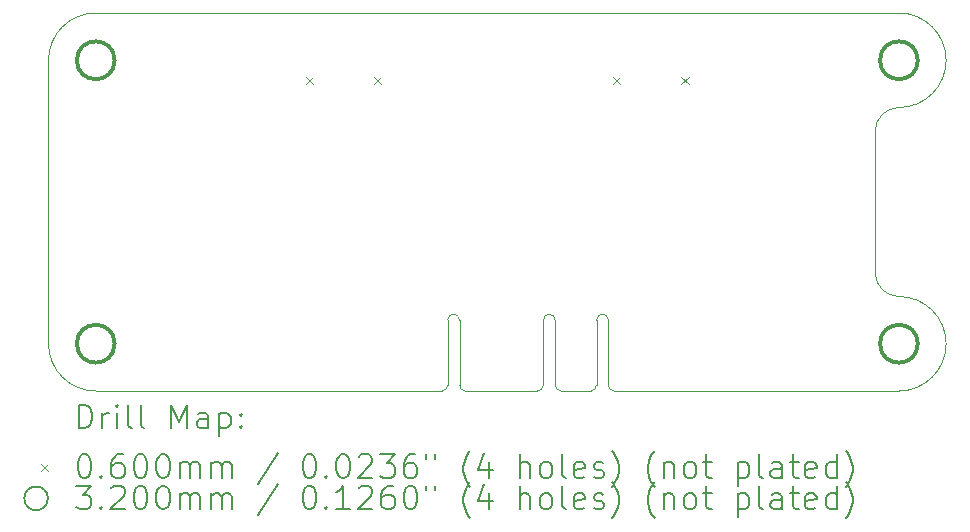
<source format=gbr>
%TF.GenerationSoftware,KiCad,Pcbnew,8.0.1*%
%TF.CreationDate,2024-05-22T20:39:38+03:00*%
%TF.ProjectId,ESP32-C3_6_pico,45535033-322d-4433-935f-365f7069636f,rev?*%
%TF.SameCoordinates,Original*%
%TF.FileFunction,Drillmap*%
%TF.FilePolarity,Positive*%
%FSLAX45Y45*%
G04 Gerber Fmt 4.5, Leading zero omitted, Abs format (unit mm)*
G04 Created by KiCad (PCBNEW 8.0.1) date 2024-05-22 20:39:38*
%MOMM*%
%LPD*%
G01*
G04 APERTURE LIST*
%ADD10C,0.100000*%
%ADD11C,0.200000*%
%ADD12C,0.320000*%
G04 APERTURE END LIST*
D10*
X18400000Y-10800000D02*
G75*
G02*
X18200000Y-10600000I0J200000D01*
G01*
X14580000Y-11000000D02*
X14580000Y-11550000D01*
X14680000Y-11000000D02*
X14680000Y-11550000D01*
X11600000Y-8400000D02*
X11600000Y-8400000D01*
X15390000Y-11000000D02*
G75*
G02*
X15490000Y-11000000I50000J0D01*
G01*
X18400000Y-10800000D02*
G75*
G02*
X18800000Y-11200000I0J-400000D01*
G01*
X18200000Y-9400000D02*
X18200000Y-10600000D01*
X14530000Y-11600000D02*
X11600000Y-11600000D01*
X18400000Y-8400000D02*
X18400000Y-8400000D01*
X15840000Y-11000000D02*
X15840000Y-11550000D01*
X15390000Y-11000000D02*
X15390000Y-11550000D01*
X14730000Y-11600000D02*
G75*
G02*
X14680000Y-11550000I0J50000D01*
G01*
X11600000Y-11600000D02*
G75*
G02*
X11200000Y-11200000I0J400000D01*
G01*
X14730000Y-11600000D02*
X15340000Y-11600000D01*
X15490000Y-11000000D02*
X15490000Y-11550000D01*
X18800000Y-8800000D02*
G75*
G02*
X18400000Y-9200000I-400000J0D01*
G01*
X15940000Y-11000000D02*
X15940000Y-11550000D01*
X15990000Y-11600000D02*
G75*
G02*
X15940000Y-11550000I0J50000D01*
G01*
X11200000Y-8800000D02*
G75*
G02*
X11600000Y-8400000I400000J0D01*
G01*
X15840000Y-11000000D02*
G75*
G02*
X15940000Y-11000000I50000J0D01*
G01*
X14580000Y-11000000D02*
G75*
G02*
X14680000Y-11000000I50000J0D01*
G01*
X15390000Y-11550000D02*
G75*
G02*
X15340000Y-11600000I-50000J0D01*
G01*
X15540000Y-11600000D02*
X15790000Y-11600000D01*
X15840000Y-11550000D02*
G75*
G02*
X15790000Y-11600000I-50000J0D01*
G01*
X18800000Y-11200000D02*
G75*
G02*
X18400000Y-11600000I-400000J0D01*
G01*
X15540000Y-11600000D02*
G75*
G02*
X15490000Y-11550000I0J50000D01*
G01*
X11200000Y-11200000D02*
X11200000Y-8800000D01*
X14580000Y-11550000D02*
G75*
G02*
X14530000Y-11600000I-50000J0D01*
G01*
X15990000Y-11600000D02*
X18400000Y-11600000D01*
X18200000Y-9400000D02*
G75*
G02*
X18400000Y-9200000I200000J0D01*
G01*
X11600000Y-8400000D02*
X11600000Y-8400000D01*
X11600000Y-8400000D02*
X18400000Y-8400000D01*
X18400000Y-8400000D02*
G75*
G02*
X18800000Y-8800000I0J-400000D01*
G01*
D11*
D10*
X13381000Y-8945000D02*
X13441000Y-9005000D01*
X13441000Y-8945000D02*
X13381000Y-9005000D01*
X13959000Y-8945000D02*
X14019000Y-9005000D01*
X14019000Y-8945000D02*
X13959000Y-9005000D01*
X15981000Y-8945000D02*
X16041000Y-9005000D01*
X16041000Y-8945000D02*
X15981000Y-9005000D01*
X16559000Y-8945000D02*
X16619000Y-9005000D01*
X16619000Y-8945000D02*
X16559000Y-9005000D01*
D12*
X11760000Y-8800000D02*
G75*
G02*
X11440000Y-8800000I-160000J0D01*
G01*
X11440000Y-8800000D02*
G75*
G02*
X11760000Y-8800000I160000J0D01*
G01*
X11760000Y-11200000D02*
G75*
G02*
X11440000Y-11200000I-160000J0D01*
G01*
X11440000Y-11200000D02*
G75*
G02*
X11760000Y-11200000I160000J0D01*
G01*
X18560000Y-8800000D02*
G75*
G02*
X18240000Y-8800000I-160000J0D01*
G01*
X18240000Y-8800000D02*
G75*
G02*
X18560000Y-8800000I160000J0D01*
G01*
X18560000Y-11200000D02*
G75*
G02*
X18240000Y-11200000I-160000J0D01*
G01*
X18240000Y-11200000D02*
G75*
G02*
X18560000Y-11200000I160000J0D01*
G01*
D11*
X11455777Y-11916484D02*
X11455777Y-11716484D01*
X11455777Y-11716484D02*
X11503396Y-11716484D01*
X11503396Y-11716484D02*
X11531967Y-11726008D01*
X11531967Y-11726008D02*
X11551015Y-11745055D01*
X11551015Y-11745055D02*
X11560539Y-11764103D01*
X11560539Y-11764103D02*
X11570062Y-11802198D01*
X11570062Y-11802198D02*
X11570062Y-11830769D01*
X11570062Y-11830769D02*
X11560539Y-11868865D01*
X11560539Y-11868865D02*
X11551015Y-11887912D01*
X11551015Y-11887912D02*
X11531967Y-11906960D01*
X11531967Y-11906960D02*
X11503396Y-11916484D01*
X11503396Y-11916484D02*
X11455777Y-11916484D01*
X11655777Y-11916484D02*
X11655777Y-11783150D01*
X11655777Y-11821246D02*
X11665301Y-11802198D01*
X11665301Y-11802198D02*
X11674824Y-11792674D01*
X11674824Y-11792674D02*
X11693872Y-11783150D01*
X11693872Y-11783150D02*
X11712920Y-11783150D01*
X11779586Y-11916484D02*
X11779586Y-11783150D01*
X11779586Y-11716484D02*
X11770062Y-11726008D01*
X11770062Y-11726008D02*
X11779586Y-11735531D01*
X11779586Y-11735531D02*
X11789110Y-11726008D01*
X11789110Y-11726008D02*
X11779586Y-11716484D01*
X11779586Y-11716484D02*
X11779586Y-11735531D01*
X11903396Y-11916484D02*
X11884348Y-11906960D01*
X11884348Y-11906960D02*
X11874824Y-11887912D01*
X11874824Y-11887912D02*
X11874824Y-11716484D01*
X12008158Y-11916484D02*
X11989110Y-11906960D01*
X11989110Y-11906960D02*
X11979586Y-11887912D01*
X11979586Y-11887912D02*
X11979586Y-11716484D01*
X12236729Y-11916484D02*
X12236729Y-11716484D01*
X12236729Y-11716484D02*
X12303396Y-11859341D01*
X12303396Y-11859341D02*
X12370062Y-11716484D01*
X12370062Y-11716484D02*
X12370062Y-11916484D01*
X12551015Y-11916484D02*
X12551015Y-11811722D01*
X12551015Y-11811722D02*
X12541491Y-11792674D01*
X12541491Y-11792674D02*
X12522443Y-11783150D01*
X12522443Y-11783150D02*
X12484348Y-11783150D01*
X12484348Y-11783150D02*
X12465301Y-11792674D01*
X12551015Y-11906960D02*
X12531967Y-11916484D01*
X12531967Y-11916484D02*
X12484348Y-11916484D01*
X12484348Y-11916484D02*
X12465301Y-11906960D01*
X12465301Y-11906960D02*
X12455777Y-11887912D01*
X12455777Y-11887912D02*
X12455777Y-11868865D01*
X12455777Y-11868865D02*
X12465301Y-11849817D01*
X12465301Y-11849817D02*
X12484348Y-11840293D01*
X12484348Y-11840293D02*
X12531967Y-11840293D01*
X12531967Y-11840293D02*
X12551015Y-11830769D01*
X12646253Y-11783150D02*
X12646253Y-11983150D01*
X12646253Y-11792674D02*
X12665301Y-11783150D01*
X12665301Y-11783150D02*
X12703396Y-11783150D01*
X12703396Y-11783150D02*
X12722443Y-11792674D01*
X12722443Y-11792674D02*
X12731967Y-11802198D01*
X12731967Y-11802198D02*
X12741491Y-11821246D01*
X12741491Y-11821246D02*
X12741491Y-11878388D01*
X12741491Y-11878388D02*
X12731967Y-11897436D01*
X12731967Y-11897436D02*
X12722443Y-11906960D01*
X12722443Y-11906960D02*
X12703396Y-11916484D01*
X12703396Y-11916484D02*
X12665301Y-11916484D01*
X12665301Y-11916484D02*
X12646253Y-11906960D01*
X12827205Y-11897436D02*
X12836729Y-11906960D01*
X12836729Y-11906960D02*
X12827205Y-11916484D01*
X12827205Y-11916484D02*
X12817682Y-11906960D01*
X12817682Y-11906960D02*
X12827205Y-11897436D01*
X12827205Y-11897436D02*
X12827205Y-11916484D01*
X12827205Y-11792674D02*
X12836729Y-11802198D01*
X12836729Y-11802198D02*
X12827205Y-11811722D01*
X12827205Y-11811722D02*
X12817682Y-11802198D01*
X12817682Y-11802198D02*
X12827205Y-11792674D01*
X12827205Y-11792674D02*
X12827205Y-11811722D01*
D10*
X11135000Y-12215000D02*
X11195000Y-12275000D01*
X11195000Y-12215000D02*
X11135000Y-12275000D01*
D11*
X11493872Y-12136484D02*
X11512920Y-12136484D01*
X11512920Y-12136484D02*
X11531967Y-12146008D01*
X11531967Y-12146008D02*
X11541491Y-12155531D01*
X11541491Y-12155531D02*
X11551015Y-12174579D01*
X11551015Y-12174579D02*
X11560539Y-12212674D01*
X11560539Y-12212674D02*
X11560539Y-12260293D01*
X11560539Y-12260293D02*
X11551015Y-12298388D01*
X11551015Y-12298388D02*
X11541491Y-12317436D01*
X11541491Y-12317436D02*
X11531967Y-12326960D01*
X11531967Y-12326960D02*
X11512920Y-12336484D01*
X11512920Y-12336484D02*
X11493872Y-12336484D01*
X11493872Y-12336484D02*
X11474824Y-12326960D01*
X11474824Y-12326960D02*
X11465301Y-12317436D01*
X11465301Y-12317436D02*
X11455777Y-12298388D01*
X11455777Y-12298388D02*
X11446253Y-12260293D01*
X11446253Y-12260293D02*
X11446253Y-12212674D01*
X11446253Y-12212674D02*
X11455777Y-12174579D01*
X11455777Y-12174579D02*
X11465301Y-12155531D01*
X11465301Y-12155531D02*
X11474824Y-12146008D01*
X11474824Y-12146008D02*
X11493872Y-12136484D01*
X11646253Y-12317436D02*
X11655777Y-12326960D01*
X11655777Y-12326960D02*
X11646253Y-12336484D01*
X11646253Y-12336484D02*
X11636729Y-12326960D01*
X11636729Y-12326960D02*
X11646253Y-12317436D01*
X11646253Y-12317436D02*
X11646253Y-12336484D01*
X11827205Y-12136484D02*
X11789110Y-12136484D01*
X11789110Y-12136484D02*
X11770062Y-12146008D01*
X11770062Y-12146008D02*
X11760539Y-12155531D01*
X11760539Y-12155531D02*
X11741491Y-12184103D01*
X11741491Y-12184103D02*
X11731967Y-12222198D01*
X11731967Y-12222198D02*
X11731967Y-12298388D01*
X11731967Y-12298388D02*
X11741491Y-12317436D01*
X11741491Y-12317436D02*
X11751015Y-12326960D01*
X11751015Y-12326960D02*
X11770062Y-12336484D01*
X11770062Y-12336484D02*
X11808158Y-12336484D01*
X11808158Y-12336484D02*
X11827205Y-12326960D01*
X11827205Y-12326960D02*
X11836729Y-12317436D01*
X11836729Y-12317436D02*
X11846253Y-12298388D01*
X11846253Y-12298388D02*
X11846253Y-12250769D01*
X11846253Y-12250769D02*
X11836729Y-12231722D01*
X11836729Y-12231722D02*
X11827205Y-12222198D01*
X11827205Y-12222198D02*
X11808158Y-12212674D01*
X11808158Y-12212674D02*
X11770062Y-12212674D01*
X11770062Y-12212674D02*
X11751015Y-12222198D01*
X11751015Y-12222198D02*
X11741491Y-12231722D01*
X11741491Y-12231722D02*
X11731967Y-12250769D01*
X11970062Y-12136484D02*
X11989110Y-12136484D01*
X11989110Y-12136484D02*
X12008158Y-12146008D01*
X12008158Y-12146008D02*
X12017682Y-12155531D01*
X12017682Y-12155531D02*
X12027205Y-12174579D01*
X12027205Y-12174579D02*
X12036729Y-12212674D01*
X12036729Y-12212674D02*
X12036729Y-12260293D01*
X12036729Y-12260293D02*
X12027205Y-12298388D01*
X12027205Y-12298388D02*
X12017682Y-12317436D01*
X12017682Y-12317436D02*
X12008158Y-12326960D01*
X12008158Y-12326960D02*
X11989110Y-12336484D01*
X11989110Y-12336484D02*
X11970062Y-12336484D01*
X11970062Y-12336484D02*
X11951015Y-12326960D01*
X11951015Y-12326960D02*
X11941491Y-12317436D01*
X11941491Y-12317436D02*
X11931967Y-12298388D01*
X11931967Y-12298388D02*
X11922443Y-12260293D01*
X11922443Y-12260293D02*
X11922443Y-12212674D01*
X11922443Y-12212674D02*
X11931967Y-12174579D01*
X11931967Y-12174579D02*
X11941491Y-12155531D01*
X11941491Y-12155531D02*
X11951015Y-12146008D01*
X11951015Y-12146008D02*
X11970062Y-12136484D01*
X12160539Y-12136484D02*
X12179586Y-12136484D01*
X12179586Y-12136484D02*
X12198634Y-12146008D01*
X12198634Y-12146008D02*
X12208158Y-12155531D01*
X12208158Y-12155531D02*
X12217682Y-12174579D01*
X12217682Y-12174579D02*
X12227205Y-12212674D01*
X12227205Y-12212674D02*
X12227205Y-12260293D01*
X12227205Y-12260293D02*
X12217682Y-12298388D01*
X12217682Y-12298388D02*
X12208158Y-12317436D01*
X12208158Y-12317436D02*
X12198634Y-12326960D01*
X12198634Y-12326960D02*
X12179586Y-12336484D01*
X12179586Y-12336484D02*
X12160539Y-12336484D01*
X12160539Y-12336484D02*
X12141491Y-12326960D01*
X12141491Y-12326960D02*
X12131967Y-12317436D01*
X12131967Y-12317436D02*
X12122443Y-12298388D01*
X12122443Y-12298388D02*
X12112920Y-12260293D01*
X12112920Y-12260293D02*
X12112920Y-12212674D01*
X12112920Y-12212674D02*
X12122443Y-12174579D01*
X12122443Y-12174579D02*
X12131967Y-12155531D01*
X12131967Y-12155531D02*
X12141491Y-12146008D01*
X12141491Y-12146008D02*
X12160539Y-12136484D01*
X12312920Y-12336484D02*
X12312920Y-12203150D01*
X12312920Y-12222198D02*
X12322443Y-12212674D01*
X12322443Y-12212674D02*
X12341491Y-12203150D01*
X12341491Y-12203150D02*
X12370063Y-12203150D01*
X12370063Y-12203150D02*
X12389110Y-12212674D01*
X12389110Y-12212674D02*
X12398634Y-12231722D01*
X12398634Y-12231722D02*
X12398634Y-12336484D01*
X12398634Y-12231722D02*
X12408158Y-12212674D01*
X12408158Y-12212674D02*
X12427205Y-12203150D01*
X12427205Y-12203150D02*
X12455777Y-12203150D01*
X12455777Y-12203150D02*
X12474824Y-12212674D01*
X12474824Y-12212674D02*
X12484348Y-12231722D01*
X12484348Y-12231722D02*
X12484348Y-12336484D01*
X12579586Y-12336484D02*
X12579586Y-12203150D01*
X12579586Y-12222198D02*
X12589110Y-12212674D01*
X12589110Y-12212674D02*
X12608158Y-12203150D01*
X12608158Y-12203150D02*
X12636729Y-12203150D01*
X12636729Y-12203150D02*
X12655777Y-12212674D01*
X12655777Y-12212674D02*
X12665301Y-12231722D01*
X12665301Y-12231722D02*
X12665301Y-12336484D01*
X12665301Y-12231722D02*
X12674824Y-12212674D01*
X12674824Y-12212674D02*
X12693872Y-12203150D01*
X12693872Y-12203150D02*
X12722443Y-12203150D01*
X12722443Y-12203150D02*
X12741491Y-12212674D01*
X12741491Y-12212674D02*
X12751015Y-12231722D01*
X12751015Y-12231722D02*
X12751015Y-12336484D01*
X13141491Y-12126960D02*
X12970063Y-12384103D01*
X13398634Y-12136484D02*
X13417682Y-12136484D01*
X13417682Y-12136484D02*
X13436729Y-12146008D01*
X13436729Y-12146008D02*
X13446253Y-12155531D01*
X13446253Y-12155531D02*
X13455777Y-12174579D01*
X13455777Y-12174579D02*
X13465301Y-12212674D01*
X13465301Y-12212674D02*
X13465301Y-12260293D01*
X13465301Y-12260293D02*
X13455777Y-12298388D01*
X13455777Y-12298388D02*
X13446253Y-12317436D01*
X13446253Y-12317436D02*
X13436729Y-12326960D01*
X13436729Y-12326960D02*
X13417682Y-12336484D01*
X13417682Y-12336484D02*
X13398634Y-12336484D01*
X13398634Y-12336484D02*
X13379586Y-12326960D01*
X13379586Y-12326960D02*
X13370063Y-12317436D01*
X13370063Y-12317436D02*
X13360539Y-12298388D01*
X13360539Y-12298388D02*
X13351015Y-12260293D01*
X13351015Y-12260293D02*
X13351015Y-12212674D01*
X13351015Y-12212674D02*
X13360539Y-12174579D01*
X13360539Y-12174579D02*
X13370063Y-12155531D01*
X13370063Y-12155531D02*
X13379586Y-12146008D01*
X13379586Y-12146008D02*
X13398634Y-12136484D01*
X13551015Y-12317436D02*
X13560539Y-12326960D01*
X13560539Y-12326960D02*
X13551015Y-12336484D01*
X13551015Y-12336484D02*
X13541491Y-12326960D01*
X13541491Y-12326960D02*
X13551015Y-12317436D01*
X13551015Y-12317436D02*
X13551015Y-12336484D01*
X13684348Y-12136484D02*
X13703396Y-12136484D01*
X13703396Y-12136484D02*
X13722444Y-12146008D01*
X13722444Y-12146008D02*
X13731967Y-12155531D01*
X13731967Y-12155531D02*
X13741491Y-12174579D01*
X13741491Y-12174579D02*
X13751015Y-12212674D01*
X13751015Y-12212674D02*
X13751015Y-12260293D01*
X13751015Y-12260293D02*
X13741491Y-12298388D01*
X13741491Y-12298388D02*
X13731967Y-12317436D01*
X13731967Y-12317436D02*
X13722444Y-12326960D01*
X13722444Y-12326960D02*
X13703396Y-12336484D01*
X13703396Y-12336484D02*
X13684348Y-12336484D01*
X13684348Y-12336484D02*
X13665301Y-12326960D01*
X13665301Y-12326960D02*
X13655777Y-12317436D01*
X13655777Y-12317436D02*
X13646253Y-12298388D01*
X13646253Y-12298388D02*
X13636729Y-12260293D01*
X13636729Y-12260293D02*
X13636729Y-12212674D01*
X13636729Y-12212674D02*
X13646253Y-12174579D01*
X13646253Y-12174579D02*
X13655777Y-12155531D01*
X13655777Y-12155531D02*
X13665301Y-12146008D01*
X13665301Y-12146008D02*
X13684348Y-12136484D01*
X13827206Y-12155531D02*
X13836729Y-12146008D01*
X13836729Y-12146008D02*
X13855777Y-12136484D01*
X13855777Y-12136484D02*
X13903396Y-12136484D01*
X13903396Y-12136484D02*
X13922444Y-12146008D01*
X13922444Y-12146008D02*
X13931967Y-12155531D01*
X13931967Y-12155531D02*
X13941491Y-12174579D01*
X13941491Y-12174579D02*
X13941491Y-12193627D01*
X13941491Y-12193627D02*
X13931967Y-12222198D01*
X13931967Y-12222198D02*
X13817682Y-12336484D01*
X13817682Y-12336484D02*
X13941491Y-12336484D01*
X14008158Y-12136484D02*
X14131967Y-12136484D01*
X14131967Y-12136484D02*
X14065301Y-12212674D01*
X14065301Y-12212674D02*
X14093872Y-12212674D01*
X14093872Y-12212674D02*
X14112920Y-12222198D01*
X14112920Y-12222198D02*
X14122444Y-12231722D01*
X14122444Y-12231722D02*
X14131967Y-12250769D01*
X14131967Y-12250769D02*
X14131967Y-12298388D01*
X14131967Y-12298388D02*
X14122444Y-12317436D01*
X14122444Y-12317436D02*
X14112920Y-12326960D01*
X14112920Y-12326960D02*
X14093872Y-12336484D01*
X14093872Y-12336484D02*
X14036729Y-12336484D01*
X14036729Y-12336484D02*
X14017682Y-12326960D01*
X14017682Y-12326960D02*
X14008158Y-12317436D01*
X14303396Y-12136484D02*
X14265301Y-12136484D01*
X14265301Y-12136484D02*
X14246253Y-12146008D01*
X14246253Y-12146008D02*
X14236729Y-12155531D01*
X14236729Y-12155531D02*
X14217682Y-12184103D01*
X14217682Y-12184103D02*
X14208158Y-12222198D01*
X14208158Y-12222198D02*
X14208158Y-12298388D01*
X14208158Y-12298388D02*
X14217682Y-12317436D01*
X14217682Y-12317436D02*
X14227206Y-12326960D01*
X14227206Y-12326960D02*
X14246253Y-12336484D01*
X14246253Y-12336484D02*
X14284348Y-12336484D01*
X14284348Y-12336484D02*
X14303396Y-12326960D01*
X14303396Y-12326960D02*
X14312920Y-12317436D01*
X14312920Y-12317436D02*
X14322444Y-12298388D01*
X14322444Y-12298388D02*
X14322444Y-12250769D01*
X14322444Y-12250769D02*
X14312920Y-12231722D01*
X14312920Y-12231722D02*
X14303396Y-12222198D01*
X14303396Y-12222198D02*
X14284348Y-12212674D01*
X14284348Y-12212674D02*
X14246253Y-12212674D01*
X14246253Y-12212674D02*
X14227206Y-12222198D01*
X14227206Y-12222198D02*
X14217682Y-12231722D01*
X14217682Y-12231722D02*
X14208158Y-12250769D01*
X14398634Y-12136484D02*
X14398634Y-12174579D01*
X14474825Y-12136484D02*
X14474825Y-12174579D01*
X14770063Y-12412674D02*
X14760539Y-12403150D01*
X14760539Y-12403150D02*
X14741491Y-12374579D01*
X14741491Y-12374579D02*
X14731968Y-12355531D01*
X14731968Y-12355531D02*
X14722444Y-12326960D01*
X14722444Y-12326960D02*
X14712920Y-12279341D01*
X14712920Y-12279341D02*
X14712920Y-12241246D01*
X14712920Y-12241246D02*
X14722444Y-12193627D01*
X14722444Y-12193627D02*
X14731968Y-12165055D01*
X14731968Y-12165055D02*
X14741491Y-12146008D01*
X14741491Y-12146008D02*
X14760539Y-12117436D01*
X14760539Y-12117436D02*
X14770063Y-12107912D01*
X14931968Y-12203150D02*
X14931968Y-12336484D01*
X14884348Y-12126960D02*
X14836729Y-12269817D01*
X14836729Y-12269817D02*
X14960539Y-12269817D01*
X15189110Y-12336484D02*
X15189110Y-12136484D01*
X15274825Y-12336484D02*
X15274825Y-12231722D01*
X15274825Y-12231722D02*
X15265301Y-12212674D01*
X15265301Y-12212674D02*
X15246253Y-12203150D01*
X15246253Y-12203150D02*
X15217682Y-12203150D01*
X15217682Y-12203150D02*
X15198634Y-12212674D01*
X15198634Y-12212674D02*
X15189110Y-12222198D01*
X15398634Y-12336484D02*
X15379587Y-12326960D01*
X15379587Y-12326960D02*
X15370063Y-12317436D01*
X15370063Y-12317436D02*
X15360539Y-12298388D01*
X15360539Y-12298388D02*
X15360539Y-12241246D01*
X15360539Y-12241246D02*
X15370063Y-12222198D01*
X15370063Y-12222198D02*
X15379587Y-12212674D01*
X15379587Y-12212674D02*
X15398634Y-12203150D01*
X15398634Y-12203150D02*
X15427206Y-12203150D01*
X15427206Y-12203150D02*
X15446253Y-12212674D01*
X15446253Y-12212674D02*
X15455777Y-12222198D01*
X15455777Y-12222198D02*
X15465301Y-12241246D01*
X15465301Y-12241246D02*
X15465301Y-12298388D01*
X15465301Y-12298388D02*
X15455777Y-12317436D01*
X15455777Y-12317436D02*
X15446253Y-12326960D01*
X15446253Y-12326960D02*
X15427206Y-12336484D01*
X15427206Y-12336484D02*
X15398634Y-12336484D01*
X15579587Y-12336484D02*
X15560539Y-12326960D01*
X15560539Y-12326960D02*
X15551015Y-12307912D01*
X15551015Y-12307912D02*
X15551015Y-12136484D01*
X15731968Y-12326960D02*
X15712920Y-12336484D01*
X15712920Y-12336484D02*
X15674825Y-12336484D01*
X15674825Y-12336484D02*
X15655777Y-12326960D01*
X15655777Y-12326960D02*
X15646253Y-12307912D01*
X15646253Y-12307912D02*
X15646253Y-12231722D01*
X15646253Y-12231722D02*
X15655777Y-12212674D01*
X15655777Y-12212674D02*
X15674825Y-12203150D01*
X15674825Y-12203150D02*
X15712920Y-12203150D01*
X15712920Y-12203150D02*
X15731968Y-12212674D01*
X15731968Y-12212674D02*
X15741491Y-12231722D01*
X15741491Y-12231722D02*
X15741491Y-12250769D01*
X15741491Y-12250769D02*
X15646253Y-12269817D01*
X15817682Y-12326960D02*
X15836730Y-12336484D01*
X15836730Y-12336484D02*
X15874825Y-12336484D01*
X15874825Y-12336484D02*
X15893872Y-12326960D01*
X15893872Y-12326960D02*
X15903396Y-12307912D01*
X15903396Y-12307912D02*
X15903396Y-12298388D01*
X15903396Y-12298388D02*
X15893872Y-12279341D01*
X15893872Y-12279341D02*
X15874825Y-12269817D01*
X15874825Y-12269817D02*
X15846253Y-12269817D01*
X15846253Y-12269817D02*
X15827206Y-12260293D01*
X15827206Y-12260293D02*
X15817682Y-12241246D01*
X15817682Y-12241246D02*
X15817682Y-12231722D01*
X15817682Y-12231722D02*
X15827206Y-12212674D01*
X15827206Y-12212674D02*
X15846253Y-12203150D01*
X15846253Y-12203150D02*
X15874825Y-12203150D01*
X15874825Y-12203150D02*
X15893872Y-12212674D01*
X15970063Y-12412674D02*
X15979587Y-12403150D01*
X15979587Y-12403150D02*
X15998634Y-12374579D01*
X15998634Y-12374579D02*
X16008158Y-12355531D01*
X16008158Y-12355531D02*
X16017682Y-12326960D01*
X16017682Y-12326960D02*
X16027206Y-12279341D01*
X16027206Y-12279341D02*
X16027206Y-12241246D01*
X16027206Y-12241246D02*
X16017682Y-12193627D01*
X16017682Y-12193627D02*
X16008158Y-12165055D01*
X16008158Y-12165055D02*
X15998634Y-12146008D01*
X15998634Y-12146008D02*
X15979587Y-12117436D01*
X15979587Y-12117436D02*
X15970063Y-12107912D01*
X16331968Y-12412674D02*
X16322444Y-12403150D01*
X16322444Y-12403150D02*
X16303396Y-12374579D01*
X16303396Y-12374579D02*
X16293872Y-12355531D01*
X16293872Y-12355531D02*
X16284349Y-12326960D01*
X16284349Y-12326960D02*
X16274825Y-12279341D01*
X16274825Y-12279341D02*
X16274825Y-12241246D01*
X16274825Y-12241246D02*
X16284349Y-12193627D01*
X16284349Y-12193627D02*
X16293872Y-12165055D01*
X16293872Y-12165055D02*
X16303396Y-12146008D01*
X16303396Y-12146008D02*
X16322444Y-12117436D01*
X16322444Y-12117436D02*
X16331968Y-12107912D01*
X16408158Y-12203150D02*
X16408158Y-12336484D01*
X16408158Y-12222198D02*
X16417682Y-12212674D01*
X16417682Y-12212674D02*
X16436730Y-12203150D01*
X16436730Y-12203150D02*
X16465301Y-12203150D01*
X16465301Y-12203150D02*
X16484349Y-12212674D01*
X16484349Y-12212674D02*
X16493872Y-12231722D01*
X16493872Y-12231722D02*
X16493872Y-12336484D01*
X16617682Y-12336484D02*
X16598634Y-12326960D01*
X16598634Y-12326960D02*
X16589111Y-12317436D01*
X16589111Y-12317436D02*
X16579587Y-12298388D01*
X16579587Y-12298388D02*
X16579587Y-12241246D01*
X16579587Y-12241246D02*
X16589111Y-12222198D01*
X16589111Y-12222198D02*
X16598634Y-12212674D01*
X16598634Y-12212674D02*
X16617682Y-12203150D01*
X16617682Y-12203150D02*
X16646253Y-12203150D01*
X16646253Y-12203150D02*
X16665301Y-12212674D01*
X16665301Y-12212674D02*
X16674825Y-12222198D01*
X16674825Y-12222198D02*
X16684349Y-12241246D01*
X16684349Y-12241246D02*
X16684349Y-12298388D01*
X16684349Y-12298388D02*
X16674825Y-12317436D01*
X16674825Y-12317436D02*
X16665301Y-12326960D01*
X16665301Y-12326960D02*
X16646253Y-12336484D01*
X16646253Y-12336484D02*
X16617682Y-12336484D01*
X16741492Y-12203150D02*
X16817682Y-12203150D01*
X16770063Y-12136484D02*
X16770063Y-12307912D01*
X16770063Y-12307912D02*
X16779587Y-12326960D01*
X16779587Y-12326960D02*
X16798634Y-12336484D01*
X16798634Y-12336484D02*
X16817682Y-12336484D01*
X17036730Y-12203150D02*
X17036730Y-12403150D01*
X17036730Y-12212674D02*
X17055777Y-12203150D01*
X17055777Y-12203150D02*
X17093873Y-12203150D01*
X17093873Y-12203150D02*
X17112920Y-12212674D01*
X17112920Y-12212674D02*
X17122444Y-12222198D01*
X17122444Y-12222198D02*
X17131968Y-12241246D01*
X17131968Y-12241246D02*
X17131968Y-12298388D01*
X17131968Y-12298388D02*
X17122444Y-12317436D01*
X17122444Y-12317436D02*
X17112920Y-12326960D01*
X17112920Y-12326960D02*
X17093873Y-12336484D01*
X17093873Y-12336484D02*
X17055777Y-12336484D01*
X17055777Y-12336484D02*
X17036730Y-12326960D01*
X17246254Y-12336484D02*
X17227206Y-12326960D01*
X17227206Y-12326960D02*
X17217682Y-12307912D01*
X17217682Y-12307912D02*
X17217682Y-12136484D01*
X17408158Y-12336484D02*
X17408158Y-12231722D01*
X17408158Y-12231722D02*
X17398635Y-12212674D01*
X17398635Y-12212674D02*
X17379587Y-12203150D01*
X17379587Y-12203150D02*
X17341492Y-12203150D01*
X17341492Y-12203150D02*
X17322444Y-12212674D01*
X17408158Y-12326960D02*
X17389111Y-12336484D01*
X17389111Y-12336484D02*
X17341492Y-12336484D01*
X17341492Y-12336484D02*
X17322444Y-12326960D01*
X17322444Y-12326960D02*
X17312920Y-12307912D01*
X17312920Y-12307912D02*
X17312920Y-12288865D01*
X17312920Y-12288865D02*
X17322444Y-12269817D01*
X17322444Y-12269817D02*
X17341492Y-12260293D01*
X17341492Y-12260293D02*
X17389111Y-12260293D01*
X17389111Y-12260293D02*
X17408158Y-12250769D01*
X17474825Y-12203150D02*
X17551015Y-12203150D01*
X17503396Y-12136484D02*
X17503396Y-12307912D01*
X17503396Y-12307912D02*
X17512920Y-12326960D01*
X17512920Y-12326960D02*
X17531968Y-12336484D01*
X17531968Y-12336484D02*
X17551015Y-12336484D01*
X17693873Y-12326960D02*
X17674825Y-12336484D01*
X17674825Y-12336484D02*
X17636730Y-12336484D01*
X17636730Y-12336484D02*
X17617682Y-12326960D01*
X17617682Y-12326960D02*
X17608158Y-12307912D01*
X17608158Y-12307912D02*
X17608158Y-12231722D01*
X17608158Y-12231722D02*
X17617682Y-12212674D01*
X17617682Y-12212674D02*
X17636730Y-12203150D01*
X17636730Y-12203150D02*
X17674825Y-12203150D01*
X17674825Y-12203150D02*
X17693873Y-12212674D01*
X17693873Y-12212674D02*
X17703396Y-12231722D01*
X17703396Y-12231722D02*
X17703396Y-12250769D01*
X17703396Y-12250769D02*
X17608158Y-12269817D01*
X17874825Y-12336484D02*
X17874825Y-12136484D01*
X17874825Y-12326960D02*
X17855777Y-12336484D01*
X17855777Y-12336484D02*
X17817682Y-12336484D01*
X17817682Y-12336484D02*
X17798635Y-12326960D01*
X17798635Y-12326960D02*
X17789111Y-12317436D01*
X17789111Y-12317436D02*
X17779587Y-12298388D01*
X17779587Y-12298388D02*
X17779587Y-12241246D01*
X17779587Y-12241246D02*
X17789111Y-12222198D01*
X17789111Y-12222198D02*
X17798635Y-12212674D01*
X17798635Y-12212674D02*
X17817682Y-12203150D01*
X17817682Y-12203150D02*
X17855777Y-12203150D01*
X17855777Y-12203150D02*
X17874825Y-12212674D01*
X17951016Y-12412674D02*
X17960539Y-12403150D01*
X17960539Y-12403150D02*
X17979587Y-12374579D01*
X17979587Y-12374579D02*
X17989111Y-12355531D01*
X17989111Y-12355531D02*
X17998635Y-12326960D01*
X17998635Y-12326960D02*
X18008158Y-12279341D01*
X18008158Y-12279341D02*
X18008158Y-12241246D01*
X18008158Y-12241246D02*
X17998635Y-12193627D01*
X17998635Y-12193627D02*
X17989111Y-12165055D01*
X17989111Y-12165055D02*
X17979587Y-12146008D01*
X17979587Y-12146008D02*
X17960539Y-12117436D01*
X17960539Y-12117436D02*
X17951016Y-12107912D01*
X11195000Y-12509000D02*
G75*
G02*
X10995000Y-12509000I-100000J0D01*
G01*
X10995000Y-12509000D02*
G75*
G02*
X11195000Y-12509000I100000J0D01*
G01*
X11436729Y-12400484D02*
X11560539Y-12400484D01*
X11560539Y-12400484D02*
X11493872Y-12476674D01*
X11493872Y-12476674D02*
X11522443Y-12476674D01*
X11522443Y-12476674D02*
X11541491Y-12486198D01*
X11541491Y-12486198D02*
X11551015Y-12495722D01*
X11551015Y-12495722D02*
X11560539Y-12514769D01*
X11560539Y-12514769D02*
X11560539Y-12562388D01*
X11560539Y-12562388D02*
X11551015Y-12581436D01*
X11551015Y-12581436D02*
X11541491Y-12590960D01*
X11541491Y-12590960D02*
X11522443Y-12600484D01*
X11522443Y-12600484D02*
X11465301Y-12600484D01*
X11465301Y-12600484D02*
X11446253Y-12590960D01*
X11446253Y-12590960D02*
X11436729Y-12581436D01*
X11646253Y-12581436D02*
X11655777Y-12590960D01*
X11655777Y-12590960D02*
X11646253Y-12600484D01*
X11646253Y-12600484D02*
X11636729Y-12590960D01*
X11636729Y-12590960D02*
X11646253Y-12581436D01*
X11646253Y-12581436D02*
X11646253Y-12600484D01*
X11731967Y-12419531D02*
X11741491Y-12410008D01*
X11741491Y-12410008D02*
X11760539Y-12400484D01*
X11760539Y-12400484D02*
X11808158Y-12400484D01*
X11808158Y-12400484D02*
X11827205Y-12410008D01*
X11827205Y-12410008D02*
X11836729Y-12419531D01*
X11836729Y-12419531D02*
X11846253Y-12438579D01*
X11846253Y-12438579D02*
X11846253Y-12457627D01*
X11846253Y-12457627D02*
X11836729Y-12486198D01*
X11836729Y-12486198D02*
X11722443Y-12600484D01*
X11722443Y-12600484D02*
X11846253Y-12600484D01*
X11970062Y-12400484D02*
X11989110Y-12400484D01*
X11989110Y-12400484D02*
X12008158Y-12410008D01*
X12008158Y-12410008D02*
X12017682Y-12419531D01*
X12017682Y-12419531D02*
X12027205Y-12438579D01*
X12027205Y-12438579D02*
X12036729Y-12476674D01*
X12036729Y-12476674D02*
X12036729Y-12524293D01*
X12036729Y-12524293D02*
X12027205Y-12562388D01*
X12027205Y-12562388D02*
X12017682Y-12581436D01*
X12017682Y-12581436D02*
X12008158Y-12590960D01*
X12008158Y-12590960D02*
X11989110Y-12600484D01*
X11989110Y-12600484D02*
X11970062Y-12600484D01*
X11970062Y-12600484D02*
X11951015Y-12590960D01*
X11951015Y-12590960D02*
X11941491Y-12581436D01*
X11941491Y-12581436D02*
X11931967Y-12562388D01*
X11931967Y-12562388D02*
X11922443Y-12524293D01*
X11922443Y-12524293D02*
X11922443Y-12476674D01*
X11922443Y-12476674D02*
X11931967Y-12438579D01*
X11931967Y-12438579D02*
X11941491Y-12419531D01*
X11941491Y-12419531D02*
X11951015Y-12410008D01*
X11951015Y-12410008D02*
X11970062Y-12400484D01*
X12160539Y-12400484D02*
X12179586Y-12400484D01*
X12179586Y-12400484D02*
X12198634Y-12410008D01*
X12198634Y-12410008D02*
X12208158Y-12419531D01*
X12208158Y-12419531D02*
X12217682Y-12438579D01*
X12217682Y-12438579D02*
X12227205Y-12476674D01*
X12227205Y-12476674D02*
X12227205Y-12524293D01*
X12227205Y-12524293D02*
X12217682Y-12562388D01*
X12217682Y-12562388D02*
X12208158Y-12581436D01*
X12208158Y-12581436D02*
X12198634Y-12590960D01*
X12198634Y-12590960D02*
X12179586Y-12600484D01*
X12179586Y-12600484D02*
X12160539Y-12600484D01*
X12160539Y-12600484D02*
X12141491Y-12590960D01*
X12141491Y-12590960D02*
X12131967Y-12581436D01*
X12131967Y-12581436D02*
X12122443Y-12562388D01*
X12122443Y-12562388D02*
X12112920Y-12524293D01*
X12112920Y-12524293D02*
X12112920Y-12476674D01*
X12112920Y-12476674D02*
X12122443Y-12438579D01*
X12122443Y-12438579D02*
X12131967Y-12419531D01*
X12131967Y-12419531D02*
X12141491Y-12410008D01*
X12141491Y-12410008D02*
X12160539Y-12400484D01*
X12312920Y-12600484D02*
X12312920Y-12467150D01*
X12312920Y-12486198D02*
X12322443Y-12476674D01*
X12322443Y-12476674D02*
X12341491Y-12467150D01*
X12341491Y-12467150D02*
X12370063Y-12467150D01*
X12370063Y-12467150D02*
X12389110Y-12476674D01*
X12389110Y-12476674D02*
X12398634Y-12495722D01*
X12398634Y-12495722D02*
X12398634Y-12600484D01*
X12398634Y-12495722D02*
X12408158Y-12476674D01*
X12408158Y-12476674D02*
X12427205Y-12467150D01*
X12427205Y-12467150D02*
X12455777Y-12467150D01*
X12455777Y-12467150D02*
X12474824Y-12476674D01*
X12474824Y-12476674D02*
X12484348Y-12495722D01*
X12484348Y-12495722D02*
X12484348Y-12600484D01*
X12579586Y-12600484D02*
X12579586Y-12467150D01*
X12579586Y-12486198D02*
X12589110Y-12476674D01*
X12589110Y-12476674D02*
X12608158Y-12467150D01*
X12608158Y-12467150D02*
X12636729Y-12467150D01*
X12636729Y-12467150D02*
X12655777Y-12476674D01*
X12655777Y-12476674D02*
X12665301Y-12495722D01*
X12665301Y-12495722D02*
X12665301Y-12600484D01*
X12665301Y-12495722D02*
X12674824Y-12476674D01*
X12674824Y-12476674D02*
X12693872Y-12467150D01*
X12693872Y-12467150D02*
X12722443Y-12467150D01*
X12722443Y-12467150D02*
X12741491Y-12476674D01*
X12741491Y-12476674D02*
X12751015Y-12495722D01*
X12751015Y-12495722D02*
X12751015Y-12600484D01*
X13141491Y-12390960D02*
X12970063Y-12648103D01*
X13398634Y-12400484D02*
X13417682Y-12400484D01*
X13417682Y-12400484D02*
X13436729Y-12410008D01*
X13436729Y-12410008D02*
X13446253Y-12419531D01*
X13446253Y-12419531D02*
X13455777Y-12438579D01*
X13455777Y-12438579D02*
X13465301Y-12476674D01*
X13465301Y-12476674D02*
X13465301Y-12524293D01*
X13465301Y-12524293D02*
X13455777Y-12562388D01*
X13455777Y-12562388D02*
X13446253Y-12581436D01*
X13446253Y-12581436D02*
X13436729Y-12590960D01*
X13436729Y-12590960D02*
X13417682Y-12600484D01*
X13417682Y-12600484D02*
X13398634Y-12600484D01*
X13398634Y-12600484D02*
X13379586Y-12590960D01*
X13379586Y-12590960D02*
X13370063Y-12581436D01*
X13370063Y-12581436D02*
X13360539Y-12562388D01*
X13360539Y-12562388D02*
X13351015Y-12524293D01*
X13351015Y-12524293D02*
X13351015Y-12476674D01*
X13351015Y-12476674D02*
X13360539Y-12438579D01*
X13360539Y-12438579D02*
X13370063Y-12419531D01*
X13370063Y-12419531D02*
X13379586Y-12410008D01*
X13379586Y-12410008D02*
X13398634Y-12400484D01*
X13551015Y-12581436D02*
X13560539Y-12590960D01*
X13560539Y-12590960D02*
X13551015Y-12600484D01*
X13551015Y-12600484D02*
X13541491Y-12590960D01*
X13541491Y-12590960D02*
X13551015Y-12581436D01*
X13551015Y-12581436D02*
X13551015Y-12600484D01*
X13751015Y-12600484D02*
X13636729Y-12600484D01*
X13693872Y-12600484D02*
X13693872Y-12400484D01*
X13693872Y-12400484D02*
X13674825Y-12429055D01*
X13674825Y-12429055D02*
X13655777Y-12448103D01*
X13655777Y-12448103D02*
X13636729Y-12457627D01*
X13827206Y-12419531D02*
X13836729Y-12410008D01*
X13836729Y-12410008D02*
X13855777Y-12400484D01*
X13855777Y-12400484D02*
X13903396Y-12400484D01*
X13903396Y-12400484D02*
X13922444Y-12410008D01*
X13922444Y-12410008D02*
X13931967Y-12419531D01*
X13931967Y-12419531D02*
X13941491Y-12438579D01*
X13941491Y-12438579D02*
X13941491Y-12457627D01*
X13941491Y-12457627D02*
X13931967Y-12486198D01*
X13931967Y-12486198D02*
X13817682Y-12600484D01*
X13817682Y-12600484D02*
X13941491Y-12600484D01*
X14112920Y-12400484D02*
X14074825Y-12400484D01*
X14074825Y-12400484D02*
X14055777Y-12410008D01*
X14055777Y-12410008D02*
X14046253Y-12419531D01*
X14046253Y-12419531D02*
X14027206Y-12448103D01*
X14027206Y-12448103D02*
X14017682Y-12486198D01*
X14017682Y-12486198D02*
X14017682Y-12562388D01*
X14017682Y-12562388D02*
X14027206Y-12581436D01*
X14027206Y-12581436D02*
X14036729Y-12590960D01*
X14036729Y-12590960D02*
X14055777Y-12600484D01*
X14055777Y-12600484D02*
X14093872Y-12600484D01*
X14093872Y-12600484D02*
X14112920Y-12590960D01*
X14112920Y-12590960D02*
X14122444Y-12581436D01*
X14122444Y-12581436D02*
X14131967Y-12562388D01*
X14131967Y-12562388D02*
X14131967Y-12514769D01*
X14131967Y-12514769D02*
X14122444Y-12495722D01*
X14122444Y-12495722D02*
X14112920Y-12486198D01*
X14112920Y-12486198D02*
X14093872Y-12476674D01*
X14093872Y-12476674D02*
X14055777Y-12476674D01*
X14055777Y-12476674D02*
X14036729Y-12486198D01*
X14036729Y-12486198D02*
X14027206Y-12495722D01*
X14027206Y-12495722D02*
X14017682Y-12514769D01*
X14255777Y-12400484D02*
X14274825Y-12400484D01*
X14274825Y-12400484D02*
X14293872Y-12410008D01*
X14293872Y-12410008D02*
X14303396Y-12419531D01*
X14303396Y-12419531D02*
X14312920Y-12438579D01*
X14312920Y-12438579D02*
X14322444Y-12476674D01*
X14322444Y-12476674D02*
X14322444Y-12524293D01*
X14322444Y-12524293D02*
X14312920Y-12562388D01*
X14312920Y-12562388D02*
X14303396Y-12581436D01*
X14303396Y-12581436D02*
X14293872Y-12590960D01*
X14293872Y-12590960D02*
X14274825Y-12600484D01*
X14274825Y-12600484D02*
X14255777Y-12600484D01*
X14255777Y-12600484D02*
X14236729Y-12590960D01*
X14236729Y-12590960D02*
X14227206Y-12581436D01*
X14227206Y-12581436D02*
X14217682Y-12562388D01*
X14217682Y-12562388D02*
X14208158Y-12524293D01*
X14208158Y-12524293D02*
X14208158Y-12476674D01*
X14208158Y-12476674D02*
X14217682Y-12438579D01*
X14217682Y-12438579D02*
X14227206Y-12419531D01*
X14227206Y-12419531D02*
X14236729Y-12410008D01*
X14236729Y-12410008D02*
X14255777Y-12400484D01*
X14398634Y-12400484D02*
X14398634Y-12438579D01*
X14474825Y-12400484D02*
X14474825Y-12438579D01*
X14770063Y-12676674D02*
X14760539Y-12667150D01*
X14760539Y-12667150D02*
X14741491Y-12638579D01*
X14741491Y-12638579D02*
X14731968Y-12619531D01*
X14731968Y-12619531D02*
X14722444Y-12590960D01*
X14722444Y-12590960D02*
X14712920Y-12543341D01*
X14712920Y-12543341D02*
X14712920Y-12505246D01*
X14712920Y-12505246D02*
X14722444Y-12457627D01*
X14722444Y-12457627D02*
X14731968Y-12429055D01*
X14731968Y-12429055D02*
X14741491Y-12410008D01*
X14741491Y-12410008D02*
X14760539Y-12381436D01*
X14760539Y-12381436D02*
X14770063Y-12371912D01*
X14931968Y-12467150D02*
X14931968Y-12600484D01*
X14884348Y-12390960D02*
X14836729Y-12533817D01*
X14836729Y-12533817D02*
X14960539Y-12533817D01*
X15189110Y-12600484D02*
X15189110Y-12400484D01*
X15274825Y-12600484D02*
X15274825Y-12495722D01*
X15274825Y-12495722D02*
X15265301Y-12476674D01*
X15265301Y-12476674D02*
X15246253Y-12467150D01*
X15246253Y-12467150D02*
X15217682Y-12467150D01*
X15217682Y-12467150D02*
X15198634Y-12476674D01*
X15198634Y-12476674D02*
X15189110Y-12486198D01*
X15398634Y-12600484D02*
X15379587Y-12590960D01*
X15379587Y-12590960D02*
X15370063Y-12581436D01*
X15370063Y-12581436D02*
X15360539Y-12562388D01*
X15360539Y-12562388D02*
X15360539Y-12505246D01*
X15360539Y-12505246D02*
X15370063Y-12486198D01*
X15370063Y-12486198D02*
X15379587Y-12476674D01*
X15379587Y-12476674D02*
X15398634Y-12467150D01*
X15398634Y-12467150D02*
X15427206Y-12467150D01*
X15427206Y-12467150D02*
X15446253Y-12476674D01*
X15446253Y-12476674D02*
X15455777Y-12486198D01*
X15455777Y-12486198D02*
X15465301Y-12505246D01*
X15465301Y-12505246D02*
X15465301Y-12562388D01*
X15465301Y-12562388D02*
X15455777Y-12581436D01*
X15455777Y-12581436D02*
X15446253Y-12590960D01*
X15446253Y-12590960D02*
X15427206Y-12600484D01*
X15427206Y-12600484D02*
X15398634Y-12600484D01*
X15579587Y-12600484D02*
X15560539Y-12590960D01*
X15560539Y-12590960D02*
X15551015Y-12571912D01*
X15551015Y-12571912D02*
X15551015Y-12400484D01*
X15731968Y-12590960D02*
X15712920Y-12600484D01*
X15712920Y-12600484D02*
X15674825Y-12600484D01*
X15674825Y-12600484D02*
X15655777Y-12590960D01*
X15655777Y-12590960D02*
X15646253Y-12571912D01*
X15646253Y-12571912D02*
X15646253Y-12495722D01*
X15646253Y-12495722D02*
X15655777Y-12476674D01*
X15655777Y-12476674D02*
X15674825Y-12467150D01*
X15674825Y-12467150D02*
X15712920Y-12467150D01*
X15712920Y-12467150D02*
X15731968Y-12476674D01*
X15731968Y-12476674D02*
X15741491Y-12495722D01*
X15741491Y-12495722D02*
X15741491Y-12514769D01*
X15741491Y-12514769D02*
X15646253Y-12533817D01*
X15817682Y-12590960D02*
X15836730Y-12600484D01*
X15836730Y-12600484D02*
X15874825Y-12600484D01*
X15874825Y-12600484D02*
X15893872Y-12590960D01*
X15893872Y-12590960D02*
X15903396Y-12571912D01*
X15903396Y-12571912D02*
X15903396Y-12562388D01*
X15903396Y-12562388D02*
X15893872Y-12543341D01*
X15893872Y-12543341D02*
X15874825Y-12533817D01*
X15874825Y-12533817D02*
X15846253Y-12533817D01*
X15846253Y-12533817D02*
X15827206Y-12524293D01*
X15827206Y-12524293D02*
X15817682Y-12505246D01*
X15817682Y-12505246D02*
X15817682Y-12495722D01*
X15817682Y-12495722D02*
X15827206Y-12476674D01*
X15827206Y-12476674D02*
X15846253Y-12467150D01*
X15846253Y-12467150D02*
X15874825Y-12467150D01*
X15874825Y-12467150D02*
X15893872Y-12476674D01*
X15970063Y-12676674D02*
X15979587Y-12667150D01*
X15979587Y-12667150D02*
X15998634Y-12638579D01*
X15998634Y-12638579D02*
X16008158Y-12619531D01*
X16008158Y-12619531D02*
X16017682Y-12590960D01*
X16017682Y-12590960D02*
X16027206Y-12543341D01*
X16027206Y-12543341D02*
X16027206Y-12505246D01*
X16027206Y-12505246D02*
X16017682Y-12457627D01*
X16017682Y-12457627D02*
X16008158Y-12429055D01*
X16008158Y-12429055D02*
X15998634Y-12410008D01*
X15998634Y-12410008D02*
X15979587Y-12381436D01*
X15979587Y-12381436D02*
X15970063Y-12371912D01*
X16331968Y-12676674D02*
X16322444Y-12667150D01*
X16322444Y-12667150D02*
X16303396Y-12638579D01*
X16303396Y-12638579D02*
X16293872Y-12619531D01*
X16293872Y-12619531D02*
X16284349Y-12590960D01*
X16284349Y-12590960D02*
X16274825Y-12543341D01*
X16274825Y-12543341D02*
X16274825Y-12505246D01*
X16274825Y-12505246D02*
X16284349Y-12457627D01*
X16284349Y-12457627D02*
X16293872Y-12429055D01*
X16293872Y-12429055D02*
X16303396Y-12410008D01*
X16303396Y-12410008D02*
X16322444Y-12381436D01*
X16322444Y-12381436D02*
X16331968Y-12371912D01*
X16408158Y-12467150D02*
X16408158Y-12600484D01*
X16408158Y-12486198D02*
X16417682Y-12476674D01*
X16417682Y-12476674D02*
X16436730Y-12467150D01*
X16436730Y-12467150D02*
X16465301Y-12467150D01*
X16465301Y-12467150D02*
X16484349Y-12476674D01*
X16484349Y-12476674D02*
X16493872Y-12495722D01*
X16493872Y-12495722D02*
X16493872Y-12600484D01*
X16617682Y-12600484D02*
X16598634Y-12590960D01*
X16598634Y-12590960D02*
X16589111Y-12581436D01*
X16589111Y-12581436D02*
X16579587Y-12562388D01*
X16579587Y-12562388D02*
X16579587Y-12505246D01*
X16579587Y-12505246D02*
X16589111Y-12486198D01*
X16589111Y-12486198D02*
X16598634Y-12476674D01*
X16598634Y-12476674D02*
X16617682Y-12467150D01*
X16617682Y-12467150D02*
X16646253Y-12467150D01*
X16646253Y-12467150D02*
X16665301Y-12476674D01*
X16665301Y-12476674D02*
X16674825Y-12486198D01*
X16674825Y-12486198D02*
X16684349Y-12505246D01*
X16684349Y-12505246D02*
X16684349Y-12562388D01*
X16684349Y-12562388D02*
X16674825Y-12581436D01*
X16674825Y-12581436D02*
X16665301Y-12590960D01*
X16665301Y-12590960D02*
X16646253Y-12600484D01*
X16646253Y-12600484D02*
X16617682Y-12600484D01*
X16741492Y-12467150D02*
X16817682Y-12467150D01*
X16770063Y-12400484D02*
X16770063Y-12571912D01*
X16770063Y-12571912D02*
X16779587Y-12590960D01*
X16779587Y-12590960D02*
X16798634Y-12600484D01*
X16798634Y-12600484D02*
X16817682Y-12600484D01*
X17036730Y-12467150D02*
X17036730Y-12667150D01*
X17036730Y-12476674D02*
X17055777Y-12467150D01*
X17055777Y-12467150D02*
X17093873Y-12467150D01*
X17093873Y-12467150D02*
X17112920Y-12476674D01*
X17112920Y-12476674D02*
X17122444Y-12486198D01*
X17122444Y-12486198D02*
X17131968Y-12505246D01*
X17131968Y-12505246D02*
X17131968Y-12562388D01*
X17131968Y-12562388D02*
X17122444Y-12581436D01*
X17122444Y-12581436D02*
X17112920Y-12590960D01*
X17112920Y-12590960D02*
X17093873Y-12600484D01*
X17093873Y-12600484D02*
X17055777Y-12600484D01*
X17055777Y-12600484D02*
X17036730Y-12590960D01*
X17246254Y-12600484D02*
X17227206Y-12590960D01*
X17227206Y-12590960D02*
X17217682Y-12571912D01*
X17217682Y-12571912D02*
X17217682Y-12400484D01*
X17408158Y-12600484D02*
X17408158Y-12495722D01*
X17408158Y-12495722D02*
X17398635Y-12476674D01*
X17398635Y-12476674D02*
X17379587Y-12467150D01*
X17379587Y-12467150D02*
X17341492Y-12467150D01*
X17341492Y-12467150D02*
X17322444Y-12476674D01*
X17408158Y-12590960D02*
X17389111Y-12600484D01*
X17389111Y-12600484D02*
X17341492Y-12600484D01*
X17341492Y-12600484D02*
X17322444Y-12590960D01*
X17322444Y-12590960D02*
X17312920Y-12571912D01*
X17312920Y-12571912D02*
X17312920Y-12552865D01*
X17312920Y-12552865D02*
X17322444Y-12533817D01*
X17322444Y-12533817D02*
X17341492Y-12524293D01*
X17341492Y-12524293D02*
X17389111Y-12524293D01*
X17389111Y-12524293D02*
X17408158Y-12514769D01*
X17474825Y-12467150D02*
X17551015Y-12467150D01*
X17503396Y-12400484D02*
X17503396Y-12571912D01*
X17503396Y-12571912D02*
X17512920Y-12590960D01*
X17512920Y-12590960D02*
X17531968Y-12600484D01*
X17531968Y-12600484D02*
X17551015Y-12600484D01*
X17693873Y-12590960D02*
X17674825Y-12600484D01*
X17674825Y-12600484D02*
X17636730Y-12600484D01*
X17636730Y-12600484D02*
X17617682Y-12590960D01*
X17617682Y-12590960D02*
X17608158Y-12571912D01*
X17608158Y-12571912D02*
X17608158Y-12495722D01*
X17608158Y-12495722D02*
X17617682Y-12476674D01*
X17617682Y-12476674D02*
X17636730Y-12467150D01*
X17636730Y-12467150D02*
X17674825Y-12467150D01*
X17674825Y-12467150D02*
X17693873Y-12476674D01*
X17693873Y-12476674D02*
X17703396Y-12495722D01*
X17703396Y-12495722D02*
X17703396Y-12514769D01*
X17703396Y-12514769D02*
X17608158Y-12533817D01*
X17874825Y-12600484D02*
X17874825Y-12400484D01*
X17874825Y-12590960D02*
X17855777Y-12600484D01*
X17855777Y-12600484D02*
X17817682Y-12600484D01*
X17817682Y-12600484D02*
X17798635Y-12590960D01*
X17798635Y-12590960D02*
X17789111Y-12581436D01*
X17789111Y-12581436D02*
X17779587Y-12562388D01*
X17779587Y-12562388D02*
X17779587Y-12505246D01*
X17779587Y-12505246D02*
X17789111Y-12486198D01*
X17789111Y-12486198D02*
X17798635Y-12476674D01*
X17798635Y-12476674D02*
X17817682Y-12467150D01*
X17817682Y-12467150D02*
X17855777Y-12467150D01*
X17855777Y-12467150D02*
X17874825Y-12476674D01*
X17951016Y-12676674D02*
X17960539Y-12667150D01*
X17960539Y-12667150D02*
X17979587Y-12638579D01*
X17979587Y-12638579D02*
X17989111Y-12619531D01*
X17989111Y-12619531D02*
X17998635Y-12590960D01*
X17998635Y-12590960D02*
X18008158Y-12543341D01*
X18008158Y-12543341D02*
X18008158Y-12505246D01*
X18008158Y-12505246D02*
X17998635Y-12457627D01*
X17998635Y-12457627D02*
X17989111Y-12429055D01*
X17989111Y-12429055D02*
X17979587Y-12410008D01*
X17979587Y-12410008D02*
X17960539Y-12381436D01*
X17960539Y-12381436D02*
X17951016Y-12371912D01*
M02*

</source>
